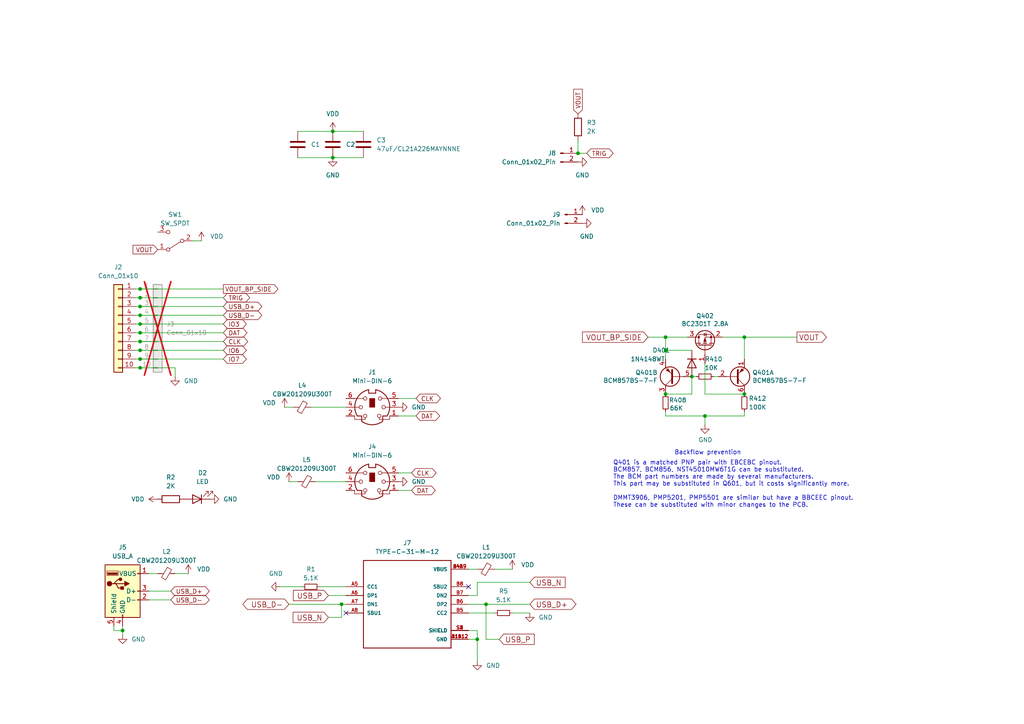
<source format=kicad_sch>
(kicad_sch (version 20250114) (generator "eeschema") (generator_version "9.0")
  (paper "A4")
  (lib_symbols
    (symbol "Connector:Conn_01x02_Pin" (pin_names (offset 1.016) (hide yes))
      (property "Reference" "J" (at 0 2.54 0))
      (property "Value" "Conn_01x02_Pin" (at 0 -5.08 0))
      (symbol "Conn_01x02_Pin_1_1"
        (rectangle (start 0.8636 0.127) (end 0 -0.127) (stroke (width 0.1524)) (fill (type outline)))
        (rectangle (start 0.8636 -2.413) (end 0 -2.667) (stroke (width 0.1524)) (fill (type outline)))
        (polyline (pts (xy 1.27 0) (xy 0.8636 0)) (stroke (width 0.1524)))
        (polyline (pts (xy 1.27 -2.54) (xy 0.8636 -2.54)) (stroke (width 0.1524)))
        (pin passive line (at 5.08 0 180) (length 3.81) (name "Pin_1") (number "1"))
        (pin passive line (at 5.08 -2.54 180) (length 3.81) (name "Pin_2") (number "2"))
      )
    )
    (symbol "Connector:Mini-DIN-6" (pin_names (offset 1.016))
      (property "Reference" "J" (at 0 6.35 0))
      (property "Value" "Mini-DIN-6" (at 0 -6.35 0))
      (symbol "Mini-DIN-6_0_1"
        (polyline (pts (xy -4.318 -2.54) (xy -3.048 -2.54) (xy -3.048 -4.064)) (stroke (width 0.254)))
        (polyline (pts (xy -3.81 0) (xy -5.08 0)))
        (circle (center -3.302 0) (radius 0.508))
        (polyline (pts (xy -2.54 2.54) (xy -5.08 2.54)))
        (circle (center -2.032 2.54) (radius 0.508))
        (circle (center -2.032 -2.54) (radius 0.508))
        (polyline (pts (xy -2.032 -3.048) (xy -2.032 -3.556) (xy -5.08 -3.556) (xy -5.08 -2.54)))
        (polyline (pts (xy -1.016 5.08) (xy -1.016 4.064) (xy 1.016 4.064) (xy 1.016 5.08)) (stroke (width 0.254)))
        (rectangle (start -0.762 2.54) (end 0.762 0) (fill (type outline)))
        (arc (start 3.048 -4.064) (mid 0 -5.08) (end -3.048 -4.064) (stroke (width 0.254)))
        (arc (start 1.016 5.08) (mid 4.6646 2.1356) (end 4.318 -2.54) (stroke (width 0.254)))
        (arc (start -4.318 -2.54) (mid -4.6241 2.1181) (end -1.016 5.08) (stroke (width 0.254)))
        (circle (center 2.032 -2.54) (radius 0.508))
        (polyline (pts (xy 2.032 -3.048) (xy 2.032 -3.556) (xy 5.08 -3.556) (xy 5.08 -2.54)))
        (circle (center 2.286 2.54) (radius 0.508))
        (polyline (pts (xy 2.794 2.54) (xy 5.08 2.54)))
        (circle (center 3.302 0) (radius 0.508))
        (polyline (pts (xy 4.318 -2.54) (xy 3.048 -2.54) (xy 3.048 -4.064)) (stroke (width 0.254)))
        (polyline (pts (xy 5.08 0) (xy 3.81 0)))
      )
      (symbol "Mini-DIN-6_1_1"
        (pin passive line (at -7.62 2.54 0) (length 2.54) (name "~") (number "6"))
        (pin passive line (at -7.62 0 0) (length 2.54) (name "~") (number "4"))
        (pin passive line (at -7.62 -2.54 0) (length 2.54) (name "~") (number "2"))
        (pin passive line (at 7.62 2.54 180) (length 2.54) (name "~") (number "5"))
        (pin passive line (at 7.62 0 180) (length 2.54) (name "~") (number "3"))
        (pin passive line (at 7.62 -2.54 180) (length 2.54) (name "~") (number "1"))
      )
    )
    (symbol "Connector:USB_A" (pin_names (offset 1.016))
      (property "Reference" "J" (at -5.08 11.43 0))
      (property "Value" "USB_A" (at -5.08 8.89 0))
      (symbol "USB_A_0_1"
        (rectangle (start -5.08 -7.62) (end 5.08 7.62) (stroke (width 0.254)) (fill (type background)))
        (circle (center -3.81 2.159) (radius 0.635) (stroke (width 0.254)) (fill (type outline)))
        (polyline (pts (xy -3.175 2.159) (xy -2.54 2.159) (xy -1.27 3.429) (xy -0.635 3.429)) (stroke (width 0.254)))
        (polyline (pts (xy -2.54 2.159) (xy -1.905 2.159) (xy -1.27 0.889) (xy 0 0.889)) (stroke (width 0.254)))
        (rectangle (start -1.524 4.826) (end -4.318 5.334) (fill (type outline)))
        (rectangle (start -1.27 4.572) (end -4.572 5.842))
        (circle (center -0.635 3.429) (radius 0.381) (stroke (width 0.254)) (fill (type outline)))
        (rectangle (start -0.127 -7.62) (end 0.127 -6.858))
        (rectangle (start 0.254 1.27) (end -0.508 0.508) (stroke (width 0.254)) (fill (type outline)))
        (polyline (pts (xy 0.635 2.794) (xy 0.635 1.524) (xy 1.905 2.159) (xy 0.635 2.794)) (stroke (width 0.254)) (fill (type outline)))
        (rectangle (start 5.08 4.953) (end 4.318 5.207))
        (rectangle (start 5.08 -0.127) (end 4.318 0.127))
        (rectangle (start 5.08 -2.667) (end 4.318 -2.413))
      )
      (symbol "USB_A_1_1"
        (polyline (pts (xy -1.905 2.159) (xy 0.635 2.159)) (stroke (width 0.254)))
        (pin passive line (at -2.54 -10.16 90) (length 2.54) (name "Shield") (number "5"))
        (pin power_in line (at 0 -10.16 90) (length 2.54) (name "GND") (number "4"))
        (pin power_in line (at 7.62 5.08 180) (length 2.54) (name "VBUS") (number "1"))
        (pin bidirectional line (at 7.62 0 180) (length 2.54) (name "D+") (number "3"))
        (pin bidirectional line (at 7.62 -2.54 180) (length 2.54) (name "D-") (number "2"))
      )
    )
    (symbol "Connector_Generic:Conn_01x10" (pin_names (offset 1.016) (hide yes))
      (property "Reference" "J" (at 0 12.7 0))
      (property "Value" "Conn_01x10" (at 0 -15.24 0))
      (symbol "Conn_01x10_1_1"
        (rectangle (start -1.27 11.43) (end 1.27 -13.97) (stroke (width 0.254)) (fill (type background)))
        (rectangle (start -1.27 10.287) (end 0 10.033) (stroke (width 0.1524)))
        (rectangle (start -1.27 7.747) (end 0 7.493) (stroke (width 0.1524)))
        (rectangle (start -1.27 5.207) (end 0 4.953) (stroke (width 0.1524)))
        (rectangle (start -1.27 2.667) (end 0 2.413) (stroke (width 0.1524)))
        (rectangle (start -1.27 0.127) (end 0 -0.127) (stroke (width 0.1524)))
        (rectangle (start -1.27 -2.413) (end 0 -2.667) (stroke (width 0.1524)))
        (rectangle (start -1.27 -4.953) (end 0 -5.207) (stroke (width 0.1524)))
        (rectangle (start -1.27 -7.493) (end 0 -7.747) (stroke (width 0.1524)))
        (rectangle (start -1.27 -10.033) (end 0 -10.287) (stroke (width 0.1524)))
        (rectangle (start -1.27 -12.573) (end 0 -12.827) (stroke (width 0.1524)))
        (pin passive line (at -5.08 10.16 0) (length 3.81) (name "Pin_1") (number "1"))
        (pin passive line (at -5.08 7.62 0) (length 3.81) (name "Pin_2") (number "2"))
        (pin passive line (at -5.08 5.08 0) (length 3.81) (name "Pin_3") (number "3"))
        (pin passive line (at -5.08 2.54 0) (length 3.81) (name "Pin_4") (number "4"))
        (pin passive line (at -5.08 0 0) (length 3.81) (name "Pin_5") (number "5"))
        (pin passive line (at -5.08 -2.54 0) (length 3.81) (name "Pin_6") (number "6"))
        (pin passive line (at -5.08 -5.08 0) (length 3.81) (name "Pin_7") (number "7"))
        (pin passive line (at -5.08 -7.62 0) (length 3.81) (name "Pin_8") (number "8"))
        (pin passive line (at -5.08 -10.16 0) (length 3.81) (name "Pin_9") (number "9"))
        (pin passive line (at -5.08 -12.7 0) (length 3.81) (name "Pin_10") (number "10"))
      )
    )
    (symbol "Device:C" (pin_numbers (hide yes)) (pin_names (offset 0.254))
      (property "Reference" "C" (at 0.635 2.54 0))
      (property "Value" "C" (at 0.635 -2.54 0))
      (symbol "C_0_1"
        (polyline (pts (xy -2.032 0.762) (xy 2.032 0.762)) (stroke (width 0.508)))
        (polyline (pts (xy -2.032 -0.762) (xy 2.032 -0.762)) (stroke (width 0.508)))
      )
      (symbol "C_1_1"
        (pin passive line (at 0 3.81 270) (length 2.794) (name "~") (number "1"))
        (pin passive line (at 0 -3.81 90) (length 2.794) (name "~") (number "2"))
      )
    )
    (symbol "Device:LED" (pin_numbers (hide yes)) (pin_names (offset 1.016) (hide yes))
      (property "Reference" "D" (at 0 2.54 0))
      (property "Value" "LED" (at 0 -2.54 0))
      (symbol "LED_0_1"
        (polyline (pts (xy -3.048 -0.762) (xy -4.572 -2.286) (xy -3.81 -2.286) (xy -4.572 -2.286) (xy -4.572 -1.524)))
        (polyline (pts (xy -1.778 -0.762) (xy -3.302 -2.286) (xy -2.54 -2.286) (xy -3.302 -2.286) (xy -3.302 -1.524)))
        (polyline (pts (xy -1.27 0) (xy 1.27 0)))
        (polyline (pts (xy -1.27 -1.27) (xy -1.27 1.27)) (stroke (width 0.254)))
        (polyline (pts (xy 1.27 -1.27) (xy 1.27 1.27) (xy -1.27 0) (xy 1.27 -1.27)) (stroke (width 0.254)))
      )
      (symbol "LED_1_1"
        (pin passive line (at -3.81 0 0) (length 2.54) (name "K") (number "1"))
        (pin passive line (at 3.81 0 180) (length 2.54) (name "A") (number "2"))
      )
    )
    (symbol "Device:R" (pin_numbers (hide yes)) (pin_names (offset 0))
      (property "Reference" "R" (at 2.032 0 90))
      (property "Value" "R" (at 0 0 90))
      (symbol "R_0_1"
        (rectangle (start -1.016 -2.54) (end 1.016 2.54) (stroke (width 0.254)))
      )
      (symbol "R_1_1"
        (pin passive line (at 0 3.81 270) (length 1.27) (name "~") (number "1"))
        (pin passive line (at 0 -3.81 90) (length 1.27) (name "~") (number "2"))
      )
    )
    (symbol "Device:R_Small" (pin_numbers (hide yes)) (pin_names (offset 0.254) (hide yes))
      (property "Reference" "R" (at 0.762 0.508 0))
      (property "Value" "R_Small" (at 0.762 -1.016 0))
      (symbol "R_Small_0_1"
        (rectangle (start -0.762 1.778) (end 0.762 -1.778) (stroke (width 0.2032)))
      )
      (symbol "R_Small_1_1"
        (pin passive line (at 0 2.54 270) (length 0.762) (name "~") (number "1"))
        (pin passive line (at 0 -2.54 90) (length 0.762) (name "~") (number "2"))
      )
    )
    (symbol "Diode:1N4148WS" (pin_numbers (hide yes)) (pin_names (hide yes))
      (property "Reference" "D" (at 0 2.54 0))
      (property "Value" "1N4148WS" (at 0 -2.54 0))
      (symbol "1N4148WS_0_1"
        (polyline (pts (xy -1.27 1.27) (xy -1.27 -1.27)) (stroke (width 0.254)))
        (polyline (pts (xy 1.27 1.27) (xy 1.27 -1.27) (xy -1.27 0) (xy 1.27 1.27)) (stroke (width 0.254)))
        (polyline (pts (xy 1.27 0) (xy -1.27 0)))
      )
      (symbol "1N4148WS_1_1"
        (pin passive line (at -3.81 0 0) (length 2.54) (name "K") (number "1"))
        (pin passive line (at 3.81 0 180) (length 2.54) (name "A") (number "2"))
      )
    )
    (symbol "Switch:SW_SPDT" (pin_names (offset 0) (hide yes))
      (property "Reference" "SW" (at 0 4.318 0))
      (property "Value" "SW_SPDT" (at 0 -5.08 0))
      (symbol "SW_SPDT_0_0"
        (circle (center -2.032 0) (radius 0.508))
        (circle (center 2.032 -2.54) (radius 0.508))
      )
      (symbol "SW_SPDT_0_1"
        (polyline (pts (xy -1.524 0.254) (xy 1.651 2.286)))
        (circle (center 2.032 2.54) (radius 0.508))
      )
      (symbol "SW_SPDT_1_1"
        (pin passive line (at -5.08 0 0) (length 2.54) (name "B") (number "2"))
        (pin passive line (at 5.08 2.54 180) (length 2.54) (name "A") (number "1"))
        (pin passive line (at 5.08 -2.54 180) (length 2.54) (name "C") (number "3"))
      )
    )
    (symbol "TYPE-C-31-M-12_2" (pin_names (offset 1.016))
      (property "Reference" "J" (at -12.7 13.462 0))
      (property "Value" "TYPE-C-31-M-12" (at -12.7 -13.462 0))
      (symbol "TYPE-C-31-M-12_2_0_0"
        (polyline (pts (xy -12.7 12.7) (xy 12.7 12.7)) (stroke (width 0.254)))
        (polyline (pts (xy -12.7 -12.7) (xy -12.7 12.7)) (stroke (width 0.254)))
        (polyline (pts (xy 12.7 12.7) (xy 12.7 -12.7)) (stroke (width 0.254)))
        (polyline (pts (xy 12.7 -12.7) (xy -12.7 -12.7)) (stroke (width 0.254)))
        (pin bidirectional line (at -17.78 5.08 0) (length 5.08) (name "CC1") (number "A5"))
        (pin bidirectional line (at -17.78 2.54 0) (length 5.08) (name "DP1") (number "A6"))
        (pin bidirectional line (at -17.78 0 0) (length 5.08) (name "DN1") (number "A7"))
        (pin bidirectional line (at -17.78 -2.54 0) (length 5.08) (name "SBU1") (number "A8"))
        (pin power_in line (at 17.78 10.16 180) (length 5.08) (name "VBUS") (number "A4B9"))
        (pin power_in line (at 17.78 10.16 180) (length 5.08) (name "VBUS") (number "B4A9"))
        (pin bidirectional line (at 17.78 5.08 180) (length 5.08) (name "SBU2") (number "B8"))
        (pin bidirectional line (at 17.78 2.54 180) (length 5.08) (name "DN2") (number "B7"))
        (pin bidirectional line (at 17.78 0 180) (length 5.08) (name "DP2") (number "B6"))
        (pin bidirectional line (at 17.78 -2.54 180) (length 5.08) (name "CC2") (number "B5"))
        (pin passive line (at 17.78 -7.62 180) (length 5.08) (name "SHIELD") (number "S1"))
        (pin passive line (at 17.78 -7.62 180) (length 5.08) (name "SHIELD") (number "S2"))
        (pin passive line (at 17.78 -7.62 180) (length 5.08) (name "SHIELD") (number "S3"))
        (pin passive line (at 17.78 -7.62 180) (length 5.08) (name "SHIELD") (number "S4"))
        (pin power_in line (at 17.78 -10.16 180) (length 5.08) (name "GND") (number "A1B12"))
        (pin power_in line (at 17.78 -10.16 180) (length 5.08) (name "GND") (number "B1A12"))
      )
    )
    (symbol "Transistor_FET:BSS84" (pin_names (hide yes))
      (property "Reference" "Q" (at 5.08 1.905 0))
      (property "Value" "BSS84" (at 5.08 0 0))
      (symbol "BSS84_0_1"
        (polyline (pts (xy 0.254 1.905) (xy 0.254 -1.905)) (stroke (width 0.254)))
        (polyline (pts (xy 0.254 0) (xy -2.54 0)))
        (polyline (pts (xy 0.762 2.286) (xy 0.762 1.27)) (stroke (width 0.254)))
        (polyline (pts (xy 0.762 1.778) (xy 3.302 1.778) (xy 3.302 -1.778) (xy 0.762 -1.778)))
        (polyline (pts (xy 0.762 0.508) (xy 0.762 -0.508)) (stroke (width 0.254)))
        (polyline (pts (xy 0.762 -1.27) (xy 0.762 -2.286)) (stroke (width 0.254)))
        (circle (center 1.651 0) (radius 2.794) (stroke (width 0.254)))
        (polyline (pts (xy 2.286 0) (xy 1.27 0.381) (xy 1.27 -0.381) (xy 2.286 0)) (fill (type outline)))
        (polyline (pts (xy 2.54 2.54) (xy 2.54 1.778)))
        (circle (center 2.54 1.778) (radius 0.254) (fill (type outline)))
        (circle (center 2.54 -1.778) (radius 0.254) (fill (type outline)))
        (polyline (pts (xy 2.54 -2.54) (xy 2.54 0) (xy 0.762 0)))
        (polyline (pts (xy 2.794 -0.508) (xy 2.921 -0.381) (xy 3.683 -0.381) (xy 3.81 -0.254)))
        (polyline (pts (xy 3.302 -0.381) (xy 2.921 0.254) (xy 3.683 0.254) (xy 3.302 -0.381)))
      )
      (symbol "BSS84_1_1"
        (pin input line (at -5.08 0 0) (length 2.54) (name "G") (number "1"))
        (pin passive line (at 2.54 5.08 270) (length 2.54) (name "D") (number "3"))
        (pin passive line (at 2.54 -5.08 90) (length 2.54) (name "S") (number "2"))
      )
    )
    (symbol "kicad5-device:Ferrite_Bead_Small" (pin_numbers (hide yes)) (pin_names (offset 0))
      (property "Reference" "FB" (at 1.905 1.27 0))
      (property "Value" "Ferrite_Bead_Small" (at 1.905 -1.27 0))
      (symbol "Ferrite_Bead_Small_0_1"
        (polyline (pts (xy -1.8288 0.2794) (xy -1.1176 1.4986) (xy 1.8288 -0.2032) (xy 1.1176 -1.4224) (xy -1.8288 0.2794)))
        (polyline (pts (xy 0 0.889) (xy 0 1.2954)))
        (polyline (pts (xy 0 -1.27) (xy 0 -0.7874)))
      )
      (symbol "Ferrite_Bead_Small_1_1"
        (pin passive line (at 0 2.54 270) (length 1.27) (name "~") (number "1"))
        (pin passive line (at 0 -2.54 90) (length 1.27) (name "~") (number "2"))
      )
    )
    (symbol "kicad5-device:Q_DUAL_PNP_PNP_E1B1C2E2B2C1" (pin_names (offset 0) (hide yes))
      (property "Reference" "Q" (at 5.08 1.27 0))
      (property "Value" "Q_DUAL_PNP_PNP_E1B1C2E2B2C1" (at 5.08 -1.27 0))
      (symbol "Q_DUAL_PNP_PNP_E1B1C2E2B2C1_0_1"
        (polyline (pts (xy 0.635 1.905) (xy 0.635 -1.905) (xy 0.635 -1.905)) (stroke (width 0.508)))
        (polyline (pts (xy 0.635 0.635) (xy 2.54 2.54)))
        (polyline (pts (xy 0.635 0) (xy -2.54 0)))
        (polyline (pts (xy 0.635 -0.635) (xy 2.54 -2.54) (xy 2.54 -2.54)))
        (circle (center 1.27 0) (radius 2.8194) (stroke (width 0.254)))
        (polyline (pts (xy 2.286 -1.778) (xy 1.778 -2.286) (xy 1.27 -1.27) (xy 2.286 -1.778) (xy 2.286 -1.778)) (fill (type outline)))
      )
      (symbol "Q_DUAL_PNP_PNP_E1B1C2E2B2C1_1_1"
        (pin input line (at -5.08 0 0) (length 2.54) (name "B1") (number "2"))
        (pin passive line (at 2.54 5.08 270) (length 2.54) (name "C1") (number "6"))
        (pin passive line (at 2.54 -5.08 90) (length 2.54) (name "E1") (number "1"))
      )
      (symbol "Q_DUAL_PNP_PNP_E1B1C2E2B2C1_2_1"
        (pin input line (at -5.08 0 0) (length 2.54) (name "B2") (number "5"))
        (pin passive line (at 2.54 5.08 270) (length 2.54) (name "C2") (number "3"))
        (pin passive line (at 2.54 -5.08 90) (length 2.54) (name "E2") (number "4"))
      )
    )
    (symbol "power:GND" (power) (pin_names (offset 0))
      (property "Value" "GND" (at 0 -3.81 0))
      (symbol "GND_0_1"
        (polyline (pts (xy 0 0) (xy 0 -1.27) (xy 1.27 -1.27) (xy 0 -2.54) (xy -1.27 -1.27) (xy 0 -1.27)))
      )
      (symbol "GND_1_1"
        (pin power_in line (at 0 0 270) (length 0) (hide yes) (name "GND") (number "1"))
      )
    )
    (symbol "power:VDD" (power) (pin_numbers (hide yes)) (pin_names (offset 0) (hide yes))
      (property "Value" "VDD" (at 0 3.556 0))
      (symbol "VDD_0_1"
        (polyline (pts (xy -0.762 1.27) (xy 0 2.54)))
        (polyline (pts (xy 0 2.54) (xy 0.762 1.27)))
        (polyline (pts (xy 0 0) (xy 0 2.54)))
      )
      (symbol "VDD_1_1"
        (pin power_in line (at 0 0 90) (length 0) (name "~") (number "1"))
      )
    )
  )
  (text "Q401 is a matched PNP pair with EBCEBC pinout.\nBCM857, BCM856, NST45010MW6T1G can be substituted. \nThe BCM part numbers are made by several manufacturers.\nThis part may be substituted in Q601, but it costs significantly more.\n\nDMMT3906, PMP5201, PMP5501 are similar but have a BBCEEC pinout.\nThese can be substituted with minor changes to the PCB." (at 177.8 147.32 0) (effects (font (size 1.27 1.27)) (justify left bottom)))
  (text "Backflow prevention" (at 195.58 132.08 0) (effects (font (size 1.27 1.27)) (justify left bottom)))
  (junction (at 215.9 97.79))
  (junction (at 204.47 120.65))
  (junction (at 167.64 44.45))
  (junction (at 96.52 45.72))
  (junction (at 193.04 97.79))
  (junction (at 140.97 175.26))
  (junction (at 193.04 101.6))
  (junction (at 99.06 175.26))
  (junction (at 40.64 96.52))
  (junction (at 40.64 101.6))
  (junction (at 40.64 91.44))
  (junction (at 40.64 88.9))
  (junction (at 40.64 86.36))
  (junction (at 200.66 109.22))
  (junction (at 40.64 106.68))
  (junction (at 96.52 38.1))
  (junction (at 138.43 185.42))
  (junction (at 40.64 83.82))
  (junction (at 193.04 114.3))
  (junction (at 35.56 182.88))
  (junction (at 40.64 104.14))
  (junction (at 40.64 99.06))
  (junction (at 215.9 114.3))
  (junction (at 40.64 93.98))
  (no_connect (at 100.33 177.8))
  (no_connect (at 135.89 170.18))
  (wire (pts (xy 201.93 109.22) (xy 200.66 109.22)))
  (wire (pts (xy 99.06 179.07) (xy 99.06 175.26)))
  (wire (pts (xy 209.55 97.79) (xy 215.9 97.79)))
  (wire (pts (xy 119.38 137.16) (xy 115.57 137.16)))
  (wire (pts (xy 40.64 91.44) (xy 64.77 91.44)))
  (wire (pts (xy 135.89 177.8) (xy 143.51 177.8)))
  (wire (pts (xy 167.64 40.64) (xy 167.64 44.45)))
  (wire (pts (xy 90.17 118.11) (xy 100.33 118.11)))
  (wire (pts (xy 40.64 93.98) (xy 39.37 93.98)))
  (wire (pts (xy 100.33 170.18) (xy 92.71 170.18)))
  (wire (pts (xy 193.04 101.6) (xy 193.04 97.79)))
  (wire (pts (xy 35.56 184.15) (xy 35.56 182.88)))
  (wire (pts (xy 33.02 182.88) (xy 35.56 182.88)))
  (wire (pts (xy 200.66 101.6) (xy 193.04 101.6)))
  (wire (pts (xy 33.02 181.61) (xy 33.02 182.88)))
  (wire (pts (xy 135.89 182.88) (xy 138.43 182.88)))
  (wire (pts (xy 91.44 139.7) (xy 100.33 139.7)))
  (wire (pts (xy 120.65 120.65) (xy 115.57 120.65)))
  (wire (pts (xy 40.64 83.82) (xy 39.37 83.82)))
  (wire (pts (xy 40.64 101.6) (xy 39.37 101.6)))
  (wire (pts (xy 45.72 166.37) (xy 43.18 166.37)))
  (wire (pts (xy 138.43 185.42) (xy 138.43 191.77)))
  (wire (pts (xy 87.63 170.18) (xy 81.28 170.18)))
  (wire (pts (xy 100.33 175.26) (xy 99.06 175.26)))
  (wire (pts (xy 40.64 96.52) (xy 39.37 96.52)))
  (wire (pts (xy 153.67 168.91) (xy 138.43 168.91)))
  (wire (pts (xy 140.97 185.42) (xy 144.78 185.42)))
  (wire (pts (xy 100.33 172.72) (xy 95.25 172.72)))
  (wire (pts (xy 49.53 173.99) (xy 43.18 173.99)))
  (wire (pts (xy 148.59 177.8) (xy 153.67 177.8)))
  (wire (pts (xy 95.25 179.07) (xy 99.06 179.07)))
  (wire (pts (xy 96.52 45.72) (xy 105.41 45.72)))
  (wire (pts (xy 40.64 88.9) (xy 39.37 88.9)))
  (wire (pts (xy 40.64 106.68) (xy 50.8 106.68)))
  (wire (pts (xy 40.64 86.36) (xy 39.37 86.36)))
  (wire (pts (xy 50.8 109.22) (xy 50.8 106.68)))
  (wire (pts (xy 83.82 139.7) (xy 86.36 139.7)))
  (wire (pts (xy 187.96 97.79) (xy 193.04 97.79)))
  (wire (pts (xy 119.38 142.24) (xy 115.57 142.24)))
  (wire (pts (xy 40.64 106.68) (xy 39.37 106.68)))
  (wire (pts (xy 199.39 97.79) (xy 193.04 97.79)))
  (wire (pts (xy 204.47 120.65) (xy 193.04 120.65)))
  (wire (pts (xy 40.64 101.6) (xy 64.77 101.6)))
  (wire (pts (xy 86.36 45.72) (xy 96.52 45.72)))
  (wire (pts (xy 215.9 114.3) (xy 204.47 114.3)))
  (wire (pts (xy 170.18 44.45) (xy 167.64 44.45)))
  (wire (pts (xy 200.66 109.22) (xy 200.66 114.3)))
  (wire (pts (xy 54.61 166.37) (xy 50.8 166.37)))
  (wire (pts (xy 55.88 69.85) (xy 58.42 69.85)))
  (wire (pts (xy 86.36 38.1) (xy 96.52 38.1)))
  (wire (pts (xy 207.01 109.22) (xy 208.28 109.22)))
  (wire (pts (xy 204.47 114.3) (xy 204.47 105.41)))
  (wire (pts (xy 193.04 104.14) (xy 193.04 101.6)))
  (wire (pts (xy 138.43 182.88) (xy 138.43 185.42)))
  (wire (pts (xy 40.64 99.06) (xy 39.37 99.06)))
  (wire (pts (xy 140.97 175.26) (xy 153.67 175.26)))
  (wire (pts (xy 215.9 97.79) (xy 215.9 104.14)))
  (wire (pts (xy 215.9 97.79) (xy 231.14 97.79)))
  (wire (pts (xy 40.64 96.52) (xy 64.77 96.52)))
  (wire (pts (xy 138.43 172.72) (xy 135.89 172.72)))
  (wire (pts (xy 35.56 182.88) (xy 35.56 181.61)))
  (wire (pts (xy 82.55 118.11) (xy 85.09 118.11)))
  (wire (pts (xy 215.9 119.38) (xy 215.9 120.65)))
  (wire (pts (xy 193.04 119.38) (xy 193.04 120.65)))
  (wire (pts (xy 96.52 38.1) (xy 105.41 38.1)))
  (wire (pts (xy 140.97 175.26) (xy 140.97 185.42)))
  (wire (pts (xy 40.64 104.14) (xy 64.77 104.14)))
  (wire (pts (xy 135.89 175.26) (xy 140.97 175.26)))
  (wire (pts (xy 138.43 168.91) (xy 138.43 172.72)))
  (wire (pts (xy 40.64 93.98) (xy 64.77 93.98)))
  (wire (pts (xy 215.9 120.65) (xy 204.47 120.65)))
  (wire (pts (xy 138.43 165.1) (xy 135.89 165.1)))
  (wire (pts (xy 40.64 104.14) (xy 39.37 104.14)))
  (wire (pts (xy 135.89 185.42) (xy 138.43 185.42)))
  (wire (pts (xy 40.64 91.44) (xy 39.37 91.44)))
  (wire (pts (xy 40.64 99.06) (xy 64.77 99.06)))
  (wire (pts (xy 40.64 83.82) (xy 64.77 83.82)))
  (wire (pts (xy 148.59 165.1) (xy 143.51 165.1)))
  (wire (pts (xy 40.64 86.36) (xy 64.77 86.36)))
  (wire (pts (xy 120.65 115.57) (xy 115.57 115.57)))
  (wire (pts (xy 204.47 123.19) (xy 204.47 120.65)))
  (wire (pts (xy 40.64 88.9) (xy 64.77 88.9)))
  (wire (pts (xy 83.82 175.26) (xy 99.06 175.26)))
  (wire (pts (xy 193.04 114.3) (xy 200.66 114.3)))
  (wire (pts (xy 49.53 171.45) (xy 43.18 171.45)))
  (global_label "CLK" (shape bidirectional) (at 64.77 99.06 0) (property "Intersheetrefs" "${INTERSHEET_REFS}" (effects (hide yes))))
  (global_label "VOUT_BP_SIDE" (shape input) (at 187.96 97.79 180) (effects (font (size 1.524 1.524))) (property "Intersheetrefs" "${INTERSHEET_REFS}" (effects (hide yes))))
  (global_label "DAT" (shape bidirectional) (at 120.65 120.65 0) (property "Intersheetrefs" "${INTERSHEET_REFS}" (effects (hide yes))))
  (global_label "VOUT_BP_SIDE" (shape output) (at 64.77 83.82 0) (property "Intersheetrefs" "${INTERSHEET_REFS}" (effects (hide yes))))
  (global_label "USB_P" (shape input) (at 144.78 185.42 0) (effects (font (size 1.524 1.524))) (property "Intersheetrefs" "${INTERSHEET_REFS}" (effects (hide yes))))
  (global_label "USB_D-" (shape bidirectional) (at 64.77 91.44 0) (property "Intersheetrefs" "${INTERSHEET_REFS}" (effects (hide yes))))
  (global_label "VOUT" (shape input) (at 167.64 33.02 90) (property "Intersheetrefs" "${INTERSHEET_REFS}" (effects (hide yes))))
  (global_label "USB_P" (shape input) (at 95.25 172.72 180) (effects (font (size 1.524 1.524))) (property "Intersheetrefs" "${INTERSHEET_REFS}" (effects (hide yes))))
  (global_label "USB_N" (shape input) (at 153.67 168.91 0) (effects (font (size 1.524 1.524))) (property "Intersheetrefs" "${INTERSHEET_REFS}" (effects (hide yes))))
  (global_label "CLK" (shape bidirectional) (at 119.38 137.16 0) (property "Intersheetrefs" "${INTERSHEET_REFS}" (effects (hide yes))))
  (global_label "DAT" (shape bidirectional) (at 119.38 142.24 0) (property "Intersheetrefs" "${INTERSHEET_REFS}" (effects (hide yes))))
  (global_label "DAT" (shape bidirectional) (at 64.77 96.52 0) (property "Intersheetrefs" "${INTERSHEET_REFS}" (effects (hide yes))))
  (global_label "USB_D+" (shape bidirectional) (at 153.67 175.26 0) (effects (font (size 1.524 1.524))) (property "Intersheetrefs" "${INTERSHEET_REFS}" (effects (hide yes))))
  (global_label "VOUT" (shape input) (at 45.72 72.39 180) (property "Intersheetrefs" "${INTERSHEET_REFS}" (effects (hide yes))))
  (global_label "USB_D-" (shape bidirectional) (at 83.82 175.26 180) (effects (font (size 1.524 1.524))) (property "Intersheetrefs" "${INTERSHEET_REFS}" (effects (hide yes))))
  (global_label "USB_N" (shape input) (at 95.25 179.07 180) (effects (font (size 1.524 1.524))) (property "Intersheetrefs" "${INTERSHEET_REFS}" (effects (hide yes))))
  (global_label "USB_D-" (shape bidirectional) (at 49.53 173.99 0) (property "Intersheetrefs" "${INTERSHEET_REFS}" (effects (hide yes))))
  (global_label "IO6" (shape bidirectional) (at 64.77 101.6 0) (property "Intersheetrefs" "${INTERSHEET_REFS}" (effects (hide yes))))
  (global_label "CLK" (shape bidirectional) (at 120.65 115.57 0) (property "Intersheetrefs" "${INTERSHEET_REFS}" (effects (hide yes))))
  (global_label "USB_D+" (shape bidirectional) (at 64.77 88.9 0) (property "Intersheetrefs" "${INTERSHEET_REFS}" (effects (hide yes))))
  (global_label "TRIG" (shape bidirectional) (at 170.18 44.45 0) (property "Intersheetrefs" "${INTERSHEET_REFS}" (effects (hide yes))))
  (global_label "TRIG" (shape bidirectional) (at 64.77 86.36 0) (property "Intersheetrefs" "${INTERSHEET_REFS}" (effects (hide yes))))
  (global_label "IO3" (shape bidirectional) (at 64.77 93.98 0) (property "Intersheetrefs" "${INTERSHEET_REFS}" (effects (hide yes))))
  (global_label "IO7" (shape bidirectional) (at 64.77 104.14 0) (property "Intersheetrefs" "${INTERSHEET_REFS}" (effects (hide yes))))
  (global_label "USB_D+" (shape bidirectional) (at 49.53 171.45 0) (property "Intersheetrefs" "${INTERSHEET_REFS}" (effects (hide yes))))
  (global_label "VOUT" (shape output) (at 231.14 97.79 0) (effects (font (size 1.524 1.524))) (property "Intersheetrefs" "${INTERSHEET_REFS}" (effects (hide yes))))
  (symbol (lib_name "TYPE-C-31-M-12_2") (lib_id "usb-c:TYPE-C-31-M-12") (at 118.11 175.26 0) (unit 1)
    (property "Reference" "J7" (at 118.11 157.48 0))
    (property "Value" "TYPE-C-31-M-12" (at 118.11 160.02 0))
    (property "Footprint" "TYPE-C-31-M-12:HRO_TYPE-C-31-M-12" (effects (hide yes)))
    (property "Datasheet" "HRO Electronics" (effects (hide yes)))
    (property "Field4" "3.31mm" (effects (hide yes)))
    (property "Field5" "A" (effects (hide yes)))
    (property "Field6" "Manufacturer Recommendations" (effects (hide yes)))
    (property "szlcsc_partnum" "C2858270" (effects (hide yes)))
  )
  (symbol (lib_id "Connector:Mini-DIN-6") (at 107.95 139.7 0) (unit 1)
    (property "Reference" "J4" (at 107.9677 129.54 0))
    (property "Value" "Mini-DIN-6" (at 107.9677 132.08 0))
    (property "Footprint" "connector-mini-din-6:Connector_Mini-DIN_Female_6Pin_2rows" (effects (hide yes)))
    (property "Datasheet" "http://service.powerdynamics.com/ec/Catalog17/Section%2011.pdf" (effects (hide yes)))
    (property "Description" "6-pin Mini-DIN connector" (effects (hide yes)))
    (property "szlcsc_partnum" "C77848" (effects (hide yes)))
  )
  (symbol (lib_id "Connector:Conn_01x02_Pin") (at 163.83 62.23 0) (unit 1)
    (property "Reference" "J9" (at 162.56 62.2299 0) (effects (justify right)))
    (property "Value" "Conn_01x02_Pin" (at 162.56 64.7699 0) (effects (justify right)))
    (property "Footprint" "Connector_PinHeader_2.54mm:PinHeader_1x02_P2.54mm_Vertical" (effects (hide yes)))
    (property "Description" "Generic connector, single row, 01x02, script generated" (effects (hide yes)))
    (property "szlcsc_partnum" "C2905434" (effects (hide yes)))
  )
  (symbol (lib_id "kicad5-device:Ferrite_Bead_Small") (at 140.97 165.1 270) (unit 1)
    (property "Reference" "L1" (at 141.0081 158.75 90))
    (property "Value" "CBW201209U300T" (at 141.0081 161.29 90))
    (property "Footprint" "Inductor_SMD:L_0805_2012Metric" (effects (hide yes)))
    (property "RMB" "0.175802	0.175802" (effects (hide yes)))
    (property "Supplier" "https://item.szlcsc.com/263551.html" (effects (hide yes)))
    (property "szlcsc_partnum" "C139190" (effects (hide yes)))
  )
  (symbol (lib_id "Device:LED") (at 57.15 144.78 180) (unit 1)
    (property "Reference" "D2" (at 58.7375 137.16 0))
    (property "Value" "LED" (at 58.7375 139.7 0))
    (property "Footprint" "LED_SMD:LED_0805_2012Metric" (effects (hide yes)))
  )
  (symbol (lib_id "power:VDD") (at 54.61 166.37 0) (unit 1)
    (property "Reference" "#PWR013" (effects (hide yes)))
    (property "Value" "VDD" (at 57.15 165.0999 0) (effects (justify left)))
    (property "Description" "Power symbol creates a global label with name \"VDD\"" (effects (hide yes)))
  )
  (symbol (lib_id "power:VDD") (at 82.55 118.11 0) (unit 1)
    (property "Reference" "#PWR016" (effects (hide yes)))
    (property "Value" "VDD" (at 80.01 116.8399 0) (effects (justify right)))
    (property "Description" "Power symbol creates a global label with name \"VDD\"" (effects (hide yes)))
  )
  (symbol (lib_id "kicad5-device:Ferrite_Bead_Small") (at 48.26 166.37 270) (unit 1)
    (property "Reference" "L2" (at 48.2981 160.02 90))
    (property "Value" "CBW201209U300T" (at 48.2981 162.56 90))
    (property "Footprint" "Inductor_SMD:L_0805_2012Metric" (effects (hide yes)))
    (property "RMB" "0.175802	0.175802" (effects (hide yes)))
    (property "Supplier" "https://item.szlcsc.com/263551.html" (effects (hide yes)))
    (property "szlcsc_partnum" "C139190" (effects (hide yes)))
  )
  (symbol (lib_id "kicad5-device:Ferrite_Bead_Small") (at 88.9 139.7 270) (unit 1)
    (property "Reference" "L5" (at 88.9381 133.35 90))
    (property "Value" "CBW201209U300T" (at 88.9381 135.89 90))
    (property "Footprint" "Inductor_SMD:L_0805_2012Metric" (effects (hide yes)))
    (property "RMB" "0.175802	0.175802" (effects (hide yes)))
    (property "Supplier" "https://item.szlcsc.com/263551.html" (effects (hide yes)))
    (property "szlcsc_partnum" "C139190" (effects (hide yes)))
  )
  (symbol (lib_id "Device:R_Small") (at 90.17 170.18 90) (mirror x) (unit 1)
    (property "Reference" "R1" (at 90.17 165.1 90))
    (property "Value" "5.1K" (at 90.17 167.64 90))
    (property "Footprint" "Resistor_SMD:R_0805_2012Metric" (effects (hide yes)))
    (property "RMB" "0.0065" (effects (hide yes)))
    (property "Supplier" "https://item.szlcsc.com/107087.html" (effects (hide yes)))
    (property "szlcsc_partnum" "C27834" (effects (hide yes)))
  )
  (symbol (lib_id "power:GND") (at 60.96 144.78 90) (unit 1)
    (property "Reference" "#PWR01" (effects (hide yes)))
    (property "Value" "GND" (at 64.77 144.7799 90) (effects (justify right)))
  )
  (symbol (lib_id "power:VDD") (at 168.91 62.23 0) (unit 1)
    (property "Reference" "#PWR020" (effects (hide yes)))
    (property "Value" "VDD" (at 171.45 60.9599 0) (effects (justify left)))
    (property "Description" "Power symbol creates a global label with name \"VDD\"" (effects (hide yes)))
  )
  (symbol (lib_id "Device:R") (at 167.64 36.83 180) (unit 1)
    (property "Reference" "R3" (at 170.18 35.5599 0) (effects (justify right)))
    (property "Value" "2K" (at 170.18 38.0999 0) (effects (justify right)))
    (property "Footprint" "Resistor_SMD:R_0805_2012Metric" (effects (hide yes)))
    (property "szlcsc_partnum" "C2907315" (effects (hide yes)))
  )
  (symbol (lib_id "Switch:SW_SPDT") (at 50.8 69.85 180) (unit 1)
    (property "Reference" "SW1" (at 50.8 62.23 0))
    (property "Value" "SW_SPDT" (at 50.8 64.77 0))
    (property "Footprint" "Button_Switch_SMD:SW_SPDT_PCM12" (effects (hide yes)))
    (property "szlcsc_partnum" "C431540" (effects (hide yes)))
  )
  (symbol (lib_id "Device:R_Small") (at 146.05 177.8 270) (unit 1)
    (property "Reference" "R5" (at 146.05 171.45 90))
    (property "Value" "5.1K" (at 146.05 173.99 90))
    (property "Footprint" "Resistor_SMD:R_0805_2012Metric" (effects (hide yes)))
    (property "RMB" "0.0065" (effects (hide yes)))
    (property "Supplier" "https://item.szlcsc.com/107087.html" (effects (hide yes)))
    (property "szlcsc_partnum" "C27834" (effects (hide yes)))
  )
  (symbol (lib_id "Diode:1N4148WS") (at 200.66 105.41 270) (unit 1)
    (property "Reference" "D401" (at 189.23 101.6 90) (effects (justify left)))
    (property "Value" "1N4148WT" (at 182.88 104.14 90) (effects (justify left)))
    (property "Footprint" "Diode_SMD:D_SOD-523" (effects (hide yes)))
    (property "Datasheet" "https://www.vishay.com/docs/85751/1n4148ws.pdf" (effects (hide yes)))
    (property "RMB" "0.182079" (effects (hide yes)))
    (property "Supplier" "https://item.szlcsc.com/120141.html" (effects (hide yes)))
    (property "szlcsc_partnumber" "C2828426" (effects (hide yes)))
    (property "szlcsc_url" "https://item.szlcsc.com/2976401.html?fromZone=s_s__%25221N4148WT%2522&spm=sc.gb.xh1.zy.n___sc.gb.hd.ss&lcsc_vid=RlENUlJWE1QKBlBWRAVaUFNTT1leBQZXRFNcVAVQQVAxVlNSRFRfXlBUQ1ZeVzsOAxUeFF5JWAgaAglIBBsCBBcFWQIBCks%3D" (effects (hide yes)))
  )
  (symbol (lib_id "Device:R_Small") (at 204.47 109.22 270) (unit 1)
    (property "Reference" "R410" (at 209.55 104.14 90) (effects (justify right)))
    (property "Value" "10K" (at 208.28 106.68 90) (effects (justify right)))
    (property "Footprint" "Resistor_SMD:R_0402_1005Metric" (effects (hide yes)))
    (property "RMB" "0.005541" (effects (hide yes)))
    (property "Supplier" "https://item.szlcsc.com/141563.html" (effects (hide yes)))
    (property "szlcsc_partnumber" "C25744" (effects (hide yes)))
    (property "szlcsc_url" "https://item.szlcsc.com/26487.html?fromZone=s_s__%252210K%25200402%2522&spm=sc.gb.xh1.zy.n___sc.gb.hd.ss&lcsc_vid=RlENUlJWE1QKBlBWRAVaUFNTT1leBQZXRFNcVAVQQVAxVlNSRFRcV1ZTQFNZVDsOAxUeFF5JWAgaAglIBBsCBBcFWQIBCks%3D" (effects (hide yes)))
  )
  (symbol (lib_id "Connector_Generic:Conn_01x10") (at 34.29 93.98 0) (mirror y) (unit 1)
    (property "Reference" "J2" (at 34.29 77.47 0))
    (property "Value" "Conn_01x10" (at 34.29 80.01 0))
    (property "Footprint" "Connector_PinSocket_2.54mm:PinSocket_1x10_P2.54mm_Horizontal" (effects (hide yes)))
  )
  (symbol (lib_id "power:GND") (at 81.28 170.18 270) (unit 1)
    (property "Reference" "#PWR08" (effects (hide yes)))
    (property "Value" "GND" (at 80.01 166.37 90))
  )
  (symbol (lib_id "power:GND") (at 204.47 123.19 0) (unit 1)
    (property "Reference" "#PWR022" (effects (hide yes)))
    (property "Value" "GND" (at 204.597 127.5842 0))
  )
  (symbol (lib_id "Device:C") (at 96.52 41.91 0) (unit 1)
    (property "Reference" "C2" (at 100.33 41.9099 0) (effects (justify left)))
    (property "Value" "47uF/CL21A226MAYNNNE" (effects (hide yes)))
    (property "Footprint" "Capacitor_SMD:C_0805_2012Metric" (effects (hide yes)))
    (property "Description" "Unpolarized capacitor" (effects (hide yes)))
    (property "szlcsc_partnum" "C602037" (effects (hide yes)))
  )
  (symbol (lib_id "power:GND") (at 153.67 177.8 0) (unit 1)
    (property "Reference" "#PWR010" (effects (hide yes)))
    (property "Value" "GND" (at 156.21 179.0699 0) (effects (justify left)))
  )
  (symbol (lib_id "power:GND") (at 138.43 191.77 0) (unit 1)
    (property "Reference" "#PWR09" (effects (hide yes)))
    (property "Value" "GND" (at 140.97 193.0399 0) (effects (justify left)))
  )
  (symbol (lib_id "power:GND") (at 115.57 139.7 90) (unit 1)
    (property "Reference" "#PWR012" (effects (hide yes)))
    (property "Value" "GND" (at 119.38 139.6999 90) (effects (justify right)))
  )
  (symbol (lib_id "Device:R_Small") (at 193.04 116.84 0) (unit 1)
    (property "Reference" "R408" (at 199.136 116.078 0) (effects (justify right)))
    (property "Value" "66K" (at 198.12 118.364 0) (effects (justify right)))
    (property "Footprint" "Resistor_SMD:R_0402_1005Metric" (effects (hide yes)))
    (property "RMB" "0.005541" (effects (hide yes)))
    (property "Supplier" "https://item.szlcsc.com/141563.html" (effects (hide yes)))
    (property "szlcsc_partnumber" "C25779" (effects (hide yes)))
    (property "szlcsc_url" "https://item.szlcsc.com/26522.html?fromZone=s_s__%252233K%25200402%2522&spm=sc.gb.xh2.zy.n___sc.gb.hd.ss&lcsc_vid=RlENUlJWE1QKBlBWRAVaUFNTT1leBQZXRFNcVAVQQVAxVlNSRFRcV1ZTQFNZVDsOAxUeFF5JWAgaAglIBBsCBBcFWQIBCks%3D" (effects (hide yes)))
  )
  (symbol (lib_id "Connector:Conn_01x02_Pin") (at 162.56 44.45 0) (unit 1)
    (property "Reference" "J8" (at 161.29 44.4499 0) (effects (justify right)))
    (property "Value" "Conn_01x02_Pin" (at 161.29 46.9899 0) (effects (justify right)))
    (property "Footprint" "Connector_PinHeader_2.54mm:PinHeader_1x02_P2.54mm_Vertical" (effects (hide yes)))
    (property "Description" "Generic connector, single row, 01x02, script generated" (effects (hide yes)))
    (property "szlcsc_partnum" "C2905434" (effects (hide yes)))
  )
  (symbol (lib_id "power:VDD") (at 45.72 144.78 90) (unit 1)
    (property "Reference" "#PWR07" (effects (hide yes)))
    (property "Value" "VDD" (at 41.91 144.7799 90) (effects (justify left)))
    (property "Description" "Power symbol creates a global label with name \"VDD\"" (effects (hide yes)))
  )
  (symbol (lib_id "power:GND") (at 168.91 64.77 90) (unit 1)
    (property "Reference" "#PWR021" (effects (hide yes)))
    (property "Value" "GND" (at 170.18 68.58 90))
  )
  (symbol (lib_id "power:GND") (at 167.64 46.99 90) (unit 1)
    (property "Reference" "#PWR018" (effects (hide yes)))
    (property "Value" "GND" (at 168.91 50.8 90))
  )
  (symbol (lib_id "kicad5-device:Q_DUAL_PNP_PNP_E1B1C2E2B2C1") (at 195.58 109.22 180) (unit 2)
    (property "Reference" "Q401" (at 190.7286 108.0516 0) (effects (justify left)))
    (property "Value" "BCM857BS-7-F" (at 190.7286 110.363 0) (effects (justify left)))
    (property "Footprint" "Package_TO_SOT_SMD:SOT-363_SC-70-6" (effects (hide yes)))
    (property "szlcsc_partnumber" "C105896" (effects (hide yes)))
    (property "szlcsc_url" "https://item.szlcsc.com/107111.html" (effects (hide yes)))
  )
  (symbol (lib_id "power:VDD") (at 83.82 139.7 0) (unit 1)
    (property "Reference" "#PWR015" (effects (hide yes)))
    (property "Value" "VDD" (at 81.28 138.4299 0) (effects (justify right)))
    (property "Description" "Power symbol creates a global label with name \"VDD\"" (effects (hide yes)))
  )
  (symbol (lib_id "power:VDD") (at 96.52 38.1 0) (unit 1)
    (property "Reference" "#PWR017" (effects (hide yes)))
    (property "Value" "VDD" (at 96.52 33.02 0))
    (property "Description" "Power symbol creates a global label with name \"VDD\"" (effects (hide yes)))
  )
  (symbol (lib_id "power:GND") (at 50.8 109.22 0) (unit 1)
    (property "Reference" "#PWR06" (effects (hide yes)))
    (property "Value" "GND" (at 53.34 110.4899 0) (effects (justify left)))
  )
  (symbol (lib_id "kicad5-device:Q_DUAL_PNP_PNP_E1B1C2E2B2C1") (at 213.36 109.22 0) (mirror x) (unit 1)
    (property "Reference" "Q401" (at 218.2114 108.0516 0) (effects (justify left)))
    (property "Value" "BCM857BS-7-F" (at 218.2114 110.363 0) (effects (justify left)))
    (property "Footprint" "Package_TO_SOT_SMD:SOT-363_SC-70-6" (effects (hide yes)))
    (property "szlcsc_partnumber" "C105896" (effects (hide yes)))
    (property "szlcsc_url" "https://item.szlcsc.com/107111.html" (effects (hide yes)))
  )
  (symbol (lib_id "Device:C") (at 86.36 41.91 0) (unit 1)
    (property "Reference" "C1" (at 90.17 41.9099 0) (effects (justify left)))
    (property "Value" "47uF/CL21A226MAYNNNE" (effects (hide yes)))
    (property "Footprint" "Capacitor_SMD:C_0805_2012Metric" (effects (hide yes)))
    (property "Description" "Unpolarized capacitor" (effects (hide yes)))
    (property "szlcsc_partnum" "C602037" (effects (hide yes)))
  )
  (symbol (lib_id "Connector:USB_A") (at 35.56 171.45 0) (unit 1)
    (property "Reference" "J5" (at 35.56 158.75 0))
    (property "Value" "USB_A" (at 35.56 161.29 0))
    (property "Footprint" "Connector_USB:USB_A_CONNFLY_DS1095-WNR0" (effects (hide yes)))
    (property "Description" "USB Type A connector" (effects (hide yes)))
    (property "szlcsc_partnum" "C456018" (effects (hide yes)))
  )
  (symbol (lib_id "power:GND") (at 96.52 45.72 0) (unit 1)
    (property "Reference" "#PWR04" (effects (hide yes)))
    (property "Value" "GND" (at 96.52 50.8 0))
  )
  (symbol (lib_id "Device:R") (at 49.53 144.78 90) (unit 1)
    (property "Reference" "R2" (at 49.53 138.43 90))
    (property "Value" "2K" (at 49.53 140.97 90))
    (property "Footprint" "Resistor_SMD:R_0805_2012Metric" (effects (hide yes)))
    (property "szlcsc_partnum" "C2907315" (effects (hide yes)))
  )
  (symbol (lib_id "Transistor_FET:BSS84") (at 204.47 100.33 90) (unit 1)
    (property "Reference" "Q402" (at 204.47 91.6178 90))
    (property "Value" "BC2301T 2.8A" (at 204.47 93.9292 90))
    (property "Footprint" "library:SOT-523" (effects (hide yes)))
    (property "Datasheet" "http://www.aosmd.com/pdfs/datasheet/AO3401A.pdf" (effects (hide yes)))
    (property "RMB" "0.232494" (effects (hide yes)))
    (property "Supplier" "https://item.szlcsc.com/76686.html" (effects (hide yes)))
    (property "szlcsc_partnumber" "C21714127" (effects (hide yes)))
    (property "szlcsc_url" "https://item.szlcsc.com/23141038.html?fromZone=s_s__%2522BC2301T%25202.8A%2522&spm=sc.gb.xh1.zy.n___sc.gb.hd.ss&lcsc_vid=RlENUlJWE1QKBlBWRAVaUFNTT1leBQZXRFNcVAVQQVAxVlNSRFRfXlxWQ1hXUDsOAxUeFF5JWAgaAglIBBsCBBcFWQIBCks%3D" (effects (hide yes)))
  )
  (symbol (lib_id "Device:C") (at 105.41 41.91 0) (unit 1)
    (property "Reference" "C3" (at 109.22 40.6399 0) (effects (justify left)))
    (property "Value" "47uF/CL21A226MAYNNNE" (at 109.22 43.1799 0) (effects (justify left)))
    (property "Footprint" "Capacitor_SMD:C_0805_2012Metric" (effects (hide yes)))
    (property "Description" "Unpolarized capacitor" (effects (hide yes)))
    (property "szlcsc_partnum" "C602037" (effects (hide yes)))
  )
  (symbol (lib_id "power:VDD") (at 148.59 165.1 0) (unit 1)
    (property "Reference" "#PWR014" (effects (hide yes)))
    (property "Value" "VDD" (at 151.13 163.8299 0) (effects (justify left)))
    (property "Description" "Power symbol creates a global label with name \"VDD\"" (effects (hide yes)))
  )
  (symbol (lib_id "kicad5-device:Ferrite_Bead_Small") (at 87.63 118.11 270) (unit 1)
    (property "Reference" "L4" (at 87.6681 111.76 90))
    (property "Value" "CBW201209U300T" (at 87.6681 114.3 90))
    (property "Footprint" "Inductor_SMD:L_0805_2012Metric" (effects (hide yes)))
    (property "RMB" "0.175802	0.175802" (effects (hide yes)))
    (property "Supplier" "https://item.szlcsc.com/263551.html" (effects (hide yes)))
    (property "szlcsc_partnum" "C139190" (effects (hide yes)))
  )
  (symbol (lib_id "Connector_Generic:Conn_01x10") (at 45.72 93.98 0) (unit 1) (in_bom no) (dnp yes)
    (property "Reference" "J3" (at 48.26 93.9799 0) (effects (justify left)))
    (property "Value" "Conn_01x10" (at 48.26 96.5199 0) (effects (justify left)))
    (property "Footprint" "Connector_PinHeader_2.54mm:PinHeader_1x10_P2.54mm_Vertical" (effects (hide yes)))
  )
  (symbol (lib_id "power:GND") (at 115.57 118.11 90) (unit 1)
    (property "Reference" "#PWR011" (effects (hide yes)))
    (property "Value" "GND" (at 119.38 118.1099 90) (effects (justify right)))
  )
  (symbol (lib_id "power:VDD") (at 58.42 69.85 0) (unit 1)
    (property "Reference" "#PWR019" (effects (hide yes)))
    (property "Value" "VDD" (at 60.96 68.5799 0) (effects (justify left)))
    (property "Description" "Power symbol creates a global label with name \"VDD\"" (effects (hide yes)))
  )
  (symbol (lib_id "Connector:Mini-DIN-6") (at 107.95 118.11 0) (unit 1)
    (property "Reference" "J1" (at 107.9677 107.95 0))
    (property "Value" "Mini-DIN-6" (at 107.9677 110.49 0))
    (property "Footprint" "connector-mini-din-6:Connector_Mini-DIN_Female_6Pin_2rows" (effects (hide yes)))
    (property "Datasheet" "http://service.powerdynamics.com/ec/Catalog17/Section%2011.pdf" (effects (hide yes)))
    (property "Description" "6-pin Mini-DIN connector" (effects (hide yes)))
    (property "szlcsc_partnum" "C77848" (effects (hide yes)))
  )
  (symbol (lib_id "power:GND") (at 35.56 184.15 0) (unit 1)
    (property "Reference" "#PWR03" (effects (hide yes)))
    (property "Value" "GND" (at 38.1 185.4199 0) (effects (justify left)))
  )
  (symbol (lib_id "Device:R_Small") (at 215.9 116.84 0) (unit 1)
    (property "Reference" "R412" (at 217.17 115.57 0) (effects (justify left)))
    (property "Value" "100K" (at 217.17 118.11 0) (effects (justify left)))
    (property "Footprint" "Resistor_SMD:R_0402_1005Metric" (effects (hide yes)))
    (property "RMB" "0.005749" (effects (hide yes)))
    (property "Supplier" "https://item.szlcsc.com/61543.html" (effects (hide yes)))
    (property "szlcsc_partnumber" "C25741" (effects (hide yes)))
    (property "szlcsc_url" "https://item.szlcsc.com/26484.html?fromZone=s_s__%2522100K%25200402%2522&spm=sc.gb.xh1.zy.n&lcsc_vid=RlENUlJWE1QKBlBWRAVaUFNTT1leBQZXRFNcVAVQQVAxVlNSRFRcV1ZTQFNZVDsOAxUeFF5JWAgaAglIBBsCBBcFWQIBCks%3D" (effects (hide yes)))
  )
)
</source>
